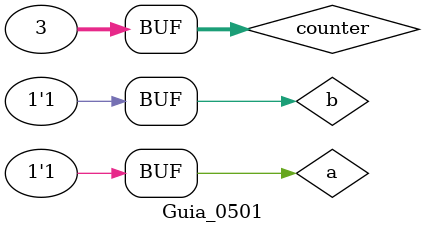
<source format=v>

module QUESTAO(output s2, input a, input b);
	wire n1, n2;
	//nor not1(n1, a, a); // a não é barrado, pois a expressao é (a'b)
	nor not2(n2, b, b);
	nor expr(s2, a, n2);
endmodule

module Guia_0501;

	integer counter;
	reg a, b;
	wire s;
	QUESTAO nd(.s2(s), .a(a), .b(b));

	initial begin:main;
		a=0; b=0; counter = 0;
		$display("Guia_05 - Questao 1");
		$display("Tabela verdade da expressao (a'.b)");
		$display("m | a b | s");
		$monitor("%0d | %b %b | %b", counter, a,b,s);
#1 b=1; counter++;
#1 b=0; a=1; counter++;
#1 b=1; counter++;
	end
endmodule

</source>
